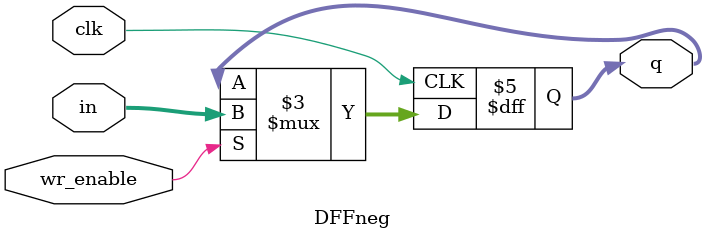
<source format=v>
module DFF
(
output reg [31:0] q,
input [31:0] in,
input		wr_enable,
input		clk
);
    initial begin
      q <= 0;
    end
    always @(posedge clk) begin
        if (wr_enable) begin
            q <= in;
        end
    end
endmodule

module DFFneg
(
output reg [31:0] q,
input [31:0] in,
input		wr_enable,
input		clk
);
    initial begin
      q <= 0;
    end
    always @(negedge clk) begin
        if (wr_enable) begin
            q <= in;
        end
    end
endmodule


</source>
